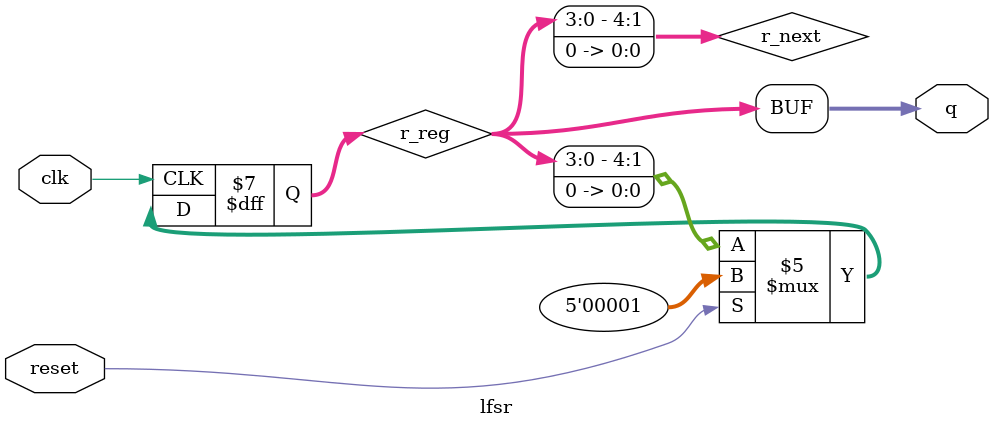
<source format=v>
module lfsr( 
    input clk,
    input reset,
    output [4:0] q
); 
reg [4:0] r_reg;
wire [4:0] r_next;
wire feedback_value;
// on reset set the value of r_reg to 1
// otherwise assign r_next to r_reg
// assign the xor of bit positions 2 and 4 of r_reg to feedback_value
// assign feedback value concatenated with 4 MSBs of r_reg to r_next
// assign r_reg to the output q
assign q = r_reg;
always @(posedge clk)
begin
if (reset)
begin
r_reg <= 5'b1;
end
else
begin
r_reg <= r_next;
end
end
// define the feedback logic
assign feedback_value = r_reg[2] ^ r_reg[4];
// define the next state logic
assign r_next = r_reg << 1;
// shift the bits left by one
endmodule

</source>
